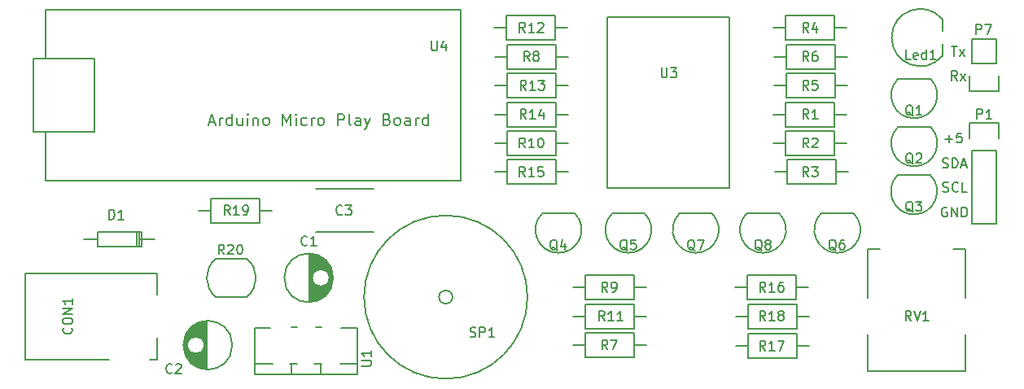
<source format=gto>
G04 #@! TF.FileFunction,Legend,Top*
%FSLAX46Y46*%
G04 Gerber Fmt 4.6, Leading zero omitted, Abs format (unit mm)*
G04 Created by KiCad (PCBNEW 4.0.2-4+6225~38~ubuntu14.04.1-stable) date sáb 12 mar 2016 23:05:15 CET*
%MOMM*%
G01*
G04 APERTURE LIST*
%ADD10C,0.100000*%
%ADD11C,0.200000*%
%ADD12C,0.150000*%
%ADD13C,0.152400*%
G04 APERTURE END LIST*
D10*
D11*
X126400001Y-52800000D02*
X126971430Y-52800000D01*
X126285716Y-53142857D02*
X126685716Y-51942857D01*
X127085716Y-53142857D01*
X127485715Y-53142857D02*
X127485715Y-52342857D01*
X127485715Y-52571429D02*
X127542858Y-52457143D01*
X127600001Y-52400000D01*
X127714287Y-52342857D01*
X127828572Y-52342857D01*
X128742858Y-53142857D02*
X128742858Y-51942857D01*
X128742858Y-53085714D02*
X128628572Y-53142857D01*
X128400001Y-53142857D01*
X128285715Y-53085714D01*
X128228572Y-53028571D01*
X128171429Y-52914286D01*
X128171429Y-52571429D01*
X128228572Y-52457143D01*
X128285715Y-52400000D01*
X128400001Y-52342857D01*
X128628572Y-52342857D01*
X128742858Y-52400000D01*
X129828572Y-52342857D02*
X129828572Y-53142857D01*
X129314286Y-52342857D02*
X129314286Y-52971429D01*
X129371429Y-53085714D01*
X129485715Y-53142857D01*
X129657143Y-53142857D01*
X129771429Y-53085714D01*
X129828572Y-53028571D01*
X130400000Y-53142857D02*
X130400000Y-52342857D01*
X130400000Y-51942857D02*
X130342857Y-52000000D01*
X130400000Y-52057143D01*
X130457143Y-52000000D01*
X130400000Y-51942857D01*
X130400000Y-52057143D01*
X130971429Y-52342857D02*
X130971429Y-53142857D01*
X130971429Y-52457143D02*
X131028572Y-52400000D01*
X131142858Y-52342857D01*
X131314286Y-52342857D01*
X131428572Y-52400000D01*
X131485715Y-52514286D01*
X131485715Y-53142857D01*
X132228572Y-53142857D02*
X132114286Y-53085714D01*
X132057143Y-53028571D01*
X132000000Y-52914286D01*
X132000000Y-52571429D01*
X132057143Y-52457143D01*
X132114286Y-52400000D01*
X132228572Y-52342857D01*
X132400000Y-52342857D01*
X132514286Y-52400000D01*
X132571429Y-52457143D01*
X132628572Y-52571429D01*
X132628572Y-52914286D01*
X132571429Y-53028571D01*
X132514286Y-53085714D01*
X132400000Y-53142857D01*
X132228572Y-53142857D01*
X134057143Y-53142857D02*
X134057143Y-51942857D01*
X134457143Y-52800000D01*
X134857143Y-51942857D01*
X134857143Y-53142857D01*
X135428572Y-53142857D02*
X135428572Y-52342857D01*
X135428572Y-51942857D02*
X135371429Y-52000000D01*
X135428572Y-52057143D01*
X135485715Y-52000000D01*
X135428572Y-51942857D01*
X135428572Y-52057143D01*
X136514287Y-53085714D02*
X136400001Y-53142857D01*
X136171430Y-53142857D01*
X136057144Y-53085714D01*
X136000001Y-53028571D01*
X135942858Y-52914286D01*
X135942858Y-52571429D01*
X136000001Y-52457143D01*
X136057144Y-52400000D01*
X136171430Y-52342857D01*
X136400001Y-52342857D01*
X136514287Y-52400000D01*
X137028572Y-53142857D02*
X137028572Y-52342857D01*
X137028572Y-52571429D02*
X137085715Y-52457143D01*
X137142858Y-52400000D01*
X137257144Y-52342857D01*
X137371429Y-52342857D01*
X137942858Y-53142857D02*
X137828572Y-53085714D01*
X137771429Y-53028571D01*
X137714286Y-52914286D01*
X137714286Y-52571429D01*
X137771429Y-52457143D01*
X137828572Y-52400000D01*
X137942858Y-52342857D01*
X138114286Y-52342857D01*
X138228572Y-52400000D01*
X138285715Y-52457143D01*
X138342858Y-52571429D01*
X138342858Y-52914286D01*
X138285715Y-53028571D01*
X138228572Y-53085714D01*
X138114286Y-53142857D01*
X137942858Y-53142857D01*
X139771429Y-53142857D02*
X139771429Y-51942857D01*
X140228572Y-51942857D01*
X140342858Y-52000000D01*
X140400001Y-52057143D01*
X140457144Y-52171429D01*
X140457144Y-52342857D01*
X140400001Y-52457143D01*
X140342858Y-52514286D01*
X140228572Y-52571429D01*
X139771429Y-52571429D01*
X141142858Y-53142857D02*
X141028572Y-53085714D01*
X140971429Y-52971429D01*
X140971429Y-51942857D01*
X142114286Y-53142857D02*
X142114286Y-52514286D01*
X142057143Y-52400000D01*
X141942857Y-52342857D01*
X141714286Y-52342857D01*
X141600000Y-52400000D01*
X142114286Y-53085714D02*
X142000000Y-53142857D01*
X141714286Y-53142857D01*
X141600000Y-53085714D01*
X141542857Y-52971429D01*
X141542857Y-52857143D01*
X141600000Y-52742857D01*
X141714286Y-52685714D01*
X142000000Y-52685714D01*
X142114286Y-52628571D01*
X142571429Y-52342857D02*
X142857143Y-53142857D01*
X143142857Y-52342857D02*
X142857143Y-53142857D01*
X142742857Y-53428571D01*
X142685714Y-53485714D01*
X142571429Y-53542857D01*
X144914286Y-52514286D02*
X145085715Y-52571429D01*
X145142858Y-52628571D01*
X145200001Y-52742857D01*
X145200001Y-52914286D01*
X145142858Y-53028571D01*
X145085715Y-53085714D01*
X144971429Y-53142857D01*
X144514286Y-53142857D01*
X144514286Y-51942857D01*
X144914286Y-51942857D01*
X145028572Y-52000000D01*
X145085715Y-52057143D01*
X145142858Y-52171429D01*
X145142858Y-52285714D01*
X145085715Y-52400000D01*
X145028572Y-52457143D01*
X144914286Y-52514286D01*
X144514286Y-52514286D01*
X145885715Y-53142857D02*
X145771429Y-53085714D01*
X145714286Y-53028571D01*
X145657143Y-52914286D01*
X145657143Y-52571429D01*
X145714286Y-52457143D01*
X145771429Y-52400000D01*
X145885715Y-52342857D01*
X146057143Y-52342857D01*
X146171429Y-52400000D01*
X146228572Y-52457143D01*
X146285715Y-52571429D01*
X146285715Y-52914286D01*
X146228572Y-53028571D01*
X146171429Y-53085714D01*
X146057143Y-53142857D01*
X145885715Y-53142857D01*
X147314286Y-53142857D02*
X147314286Y-52514286D01*
X147257143Y-52400000D01*
X147142857Y-52342857D01*
X146914286Y-52342857D01*
X146800000Y-52400000D01*
X147314286Y-53085714D02*
X147200000Y-53142857D01*
X146914286Y-53142857D01*
X146800000Y-53085714D01*
X146742857Y-52971429D01*
X146742857Y-52857143D01*
X146800000Y-52742857D01*
X146914286Y-52685714D01*
X147200000Y-52685714D01*
X147314286Y-52628571D01*
X147885714Y-53142857D02*
X147885714Y-52342857D01*
X147885714Y-52571429D02*
X147942857Y-52457143D01*
X148000000Y-52400000D01*
X148114286Y-52342857D01*
X148228571Y-52342857D01*
X149142857Y-53142857D02*
X149142857Y-51942857D01*
X149142857Y-53085714D02*
X149028571Y-53142857D01*
X148800000Y-53142857D01*
X148685714Y-53085714D01*
X148628571Y-53028571D01*
X148571428Y-52914286D01*
X148571428Y-52571429D01*
X148628571Y-52457143D01*
X148685714Y-52400000D01*
X148800000Y-52342857D01*
X149028571Y-52342857D01*
X149142857Y-52400000D01*
D12*
X204204762Y-48452381D02*
X203871428Y-47976190D01*
X203633333Y-48452381D02*
X203633333Y-47452381D01*
X204014286Y-47452381D01*
X204109524Y-47500000D01*
X204157143Y-47547619D01*
X204204762Y-47642857D01*
X204204762Y-47785714D01*
X204157143Y-47880952D01*
X204109524Y-47928571D01*
X204014286Y-47976190D01*
X203633333Y-47976190D01*
X204538095Y-48452381D02*
X205061905Y-47785714D01*
X204538095Y-47785714D02*
X205061905Y-48452381D01*
X203609524Y-44952381D02*
X204180953Y-44952381D01*
X203895238Y-45952381D02*
X203895238Y-44952381D01*
X204419048Y-45952381D02*
X204942858Y-45285714D01*
X204419048Y-45285714D02*
X204942858Y-45952381D01*
X202709524Y-60004762D02*
X202852381Y-60052381D01*
X203090477Y-60052381D01*
X203185715Y-60004762D01*
X203233334Y-59957143D01*
X203280953Y-59861905D01*
X203280953Y-59766667D01*
X203233334Y-59671429D01*
X203185715Y-59623810D01*
X203090477Y-59576190D01*
X202900000Y-59528571D01*
X202804762Y-59480952D01*
X202757143Y-59433333D01*
X202709524Y-59338095D01*
X202709524Y-59242857D01*
X202757143Y-59147619D01*
X202804762Y-59100000D01*
X202900000Y-59052381D01*
X203138096Y-59052381D01*
X203280953Y-59100000D01*
X204280953Y-59957143D02*
X204233334Y-60004762D01*
X204090477Y-60052381D01*
X203995239Y-60052381D01*
X203852381Y-60004762D01*
X203757143Y-59909524D01*
X203709524Y-59814286D01*
X203661905Y-59623810D01*
X203661905Y-59480952D01*
X203709524Y-59290476D01*
X203757143Y-59195238D01*
X203852381Y-59100000D01*
X203995239Y-59052381D01*
X204090477Y-59052381D01*
X204233334Y-59100000D01*
X204280953Y-59147619D01*
X205185715Y-60052381D02*
X204709524Y-60052381D01*
X204709524Y-59052381D01*
X202685714Y-57504762D02*
X202828571Y-57552381D01*
X203066667Y-57552381D01*
X203161905Y-57504762D01*
X203209524Y-57457143D01*
X203257143Y-57361905D01*
X203257143Y-57266667D01*
X203209524Y-57171429D01*
X203161905Y-57123810D01*
X203066667Y-57076190D01*
X202876190Y-57028571D01*
X202780952Y-56980952D01*
X202733333Y-56933333D01*
X202685714Y-56838095D01*
X202685714Y-56742857D01*
X202733333Y-56647619D01*
X202780952Y-56600000D01*
X202876190Y-56552381D01*
X203114286Y-56552381D01*
X203257143Y-56600000D01*
X203685714Y-57552381D02*
X203685714Y-56552381D01*
X203923809Y-56552381D01*
X204066667Y-56600000D01*
X204161905Y-56695238D01*
X204209524Y-56790476D01*
X204257143Y-56980952D01*
X204257143Y-57123810D01*
X204209524Y-57314286D01*
X204161905Y-57409524D01*
X204066667Y-57504762D01*
X203923809Y-57552381D01*
X203685714Y-57552381D01*
X204638095Y-57266667D02*
X205114286Y-57266667D01*
X204542857Y-57552381D02*
X204876190Y-56552381D01*
X205209524Y-57552381D01*
X203138096Y-61700000D02*
X203042858Y-61652381D01*
X202900001Y-61652381D01*
X202757143Y-61700000D01*
X202661905Y-61795238D01*
X202614286Y-61890476D01*
X202566667Y-62080952D01*
X202566667Y-62223810D01*
X202614286Y-62414286D01*
X202661905Y-62509524D01*
X202757143Y-62604762D01*
X202900001Y-62652381D01*
X202995239Y-62652381D01*
X203138096Y-62604762D01*
X203185715Y-62557143D01*
X203185715Y-62223810D01*
X202995239Y-62223810D01*
X203614286Y-62652381D02*
X203614286Y-61652381D01*
X204185715Y-62652381D01*
X204185715Y-61652381D01*
X204661905Y-62652381D02*
X204661905Y-61652381D01*
X204900000Y-61652381D01*
X205042858Y-61700000D01*
X205138096Y-61795238D01*
X205185715Y-61890476D01*
X205233334Y-62080952D01*
X205233334Y-62223810D01*
X205185715Y-62414286D01*
X205138096Y-62509524D01*
X205042858Y-62604762D01*
X204900000Y-62652381D01*
X204661905Y-62652381D01*
X202942857Y-54571429D02*
X203704762Y-54571429D01*
X203323810Y-54952381D02*
X203323810Y-54190476D01*
X204657143Y-53952381D02*
X204180952Y-53952381D01*
X204133333Y-54428571D01*
X204180952Y-54380952D01*
X204276190Y-54333333D01*
X204514286Y-54333333D01*
X204609524Y-54380952D01*
X204657143Y-54428571D01*
X204704762Y-54523810D01*
X204704762Y-54761905D01*
X204657143Y-54857143D01*
X204609524Y-54904762D01*
X204514286Y-54952381D01*
X204276190Y-54952381D01*
X204180952Y-54904762D01*
X204133333Y-54857143D01*
D13*
X109410000Y-58890000D02*
X109410000Y-53810000D01*
X109410000Y-46190000D02*
X109410000Y-41110000D01*
X114490000Y-46190000D02*
X114490000Y-53810000D01*
X108140000Y-46190000D02*
X114490000Y-46190000D01*
X108140000Y-47460000D02*
X108140000Y-46190000D01*
X108140000Y-53810000D02*
X108140000Y-47460000D01*
X114490000Y-53810000D02*
X108140000Y-53810000D01*
X152590000Y-58890000D02*
X152590000Y-41110000D01*
X109410000Y-58890000D02*
X152590000Y-58890000D01*
X152590000Y-41110000D02*
X109410000Y-41110000D01*
X180540000Y-41840000D02*
X167840000Y-41840000D01*
X180540000Y-59620000D02*
X180540000Y-41840000D01*
X167840000Y-59620000D02*
X180540000Y-59620000D01*
X167840000Y-41840000D02*
X167840000Y-59620000D01*
D12*
X136825000Y-66501000D02*
X136825000Y-71499000D01*
X136965000Y-66509000D02*
X136965000Y-71491000D01*
X137105000Y-66525000D02*
X137105000Y-68905000D01*
X137105000Y-69095000D02*
X137105000Y-71475000D01*
X137245000Y-66549000D02*
X137245000Y-68510000D01*
X137245000Y-69490000D02*
X137245000Y-71451000D01*
X137385000Y-66582000D02*
X137385000Y-68343000D01*
X137385000Y-69657000D02*
X137385000Y-71418000D01*
X137525000Y-66623000D02*
X137525000Y-68236000D01*
X137525000Y-69764000D02*
X137525000Y-71377000D01*
X137665000Y-66673000D02*
X137665000Y-68165000D01*
X137665000Y-69835000D02*
X137665000Y-71327000D01*
X137805000Y-66734000D02*
X137805000Y-68121000D01*
X137805000Y-69879000D02*
X137805000Y-71266000D01*
X137945000Y-66804000D02*
X137945000Y-68102000D01*
X137945000Y-69898000D02*
X137945000Y-71196000D01*
X138085000Y-66886000D02*
X138085000Y-68104000D01*
X138085000Y-69896000D02*
X138085000Y-71114000D01*
X138225000Y-66981000D02*
X138225000Y-68129000D01*
X138225000Y-69871000D02*
X138225000Y-71019000D01*
X138365000Y-67092000D02*
X138365000Y-68177000D01*
X138365000Y-69823000D02*
X138365000Y-70908000D01*
X138505000Y-67220000D02*
X138505000Y-68255000D01*
X138505000Y-69745000D02*
X138505000Y-70780000D01*
X138645000Y-67369000D02*
X138645000Y-68372000D01*
X138645000Y-69628000D02*
X138645000Y-70631000D01*
X138785000Y-67548000D02*
X138785000Y-68560000D01*
X138785000Y-69440000D02*
X138785000Y-70452000D01*
X138925000Y-67767000D02*
X138925000Y-70233000D01*
X139065000Y-68056000D02*
X139065000Y-69944000D01*
X139205000Y-68528000D02*
X139205000Y-69472000D01*
X138900000Y-69000000D02*
G75*
G03X138900000Y-69000000I-900000J0D01*
G01*
X139287500Y-69000000D02*
G75*
G03X139287500Y-69000000I-2537500J0D01*
G01*
X143500000Y-64250000D02*
X137500000Y-64250000D01*
X137500000Y-59750000D02*
X143500000Y-59750000D01*
X114794000Y-65000000D02*
X113397000Y-65000000D01*
X119239000Y-65000000D02*
X120763000Y-65000000D01*
X118858000Y-65762000D02*
X118858000Y-64238000D01*
X119112000Y-65762000D02*
X119112000Y-64238000D01*
X119366000Y-65000000D02*
X119366000Y-64238000D01*
X119366000Y-64238000D02*
X114794000Y-64238000D01*
X114794000Y-64238000D02*
X114794000Y-65762000D01*
X114794000Y-65762000D02*
X119366000Y-65762000D01*
X119366000Y-65762000D02*
X119366000Y-65000000D01*
X205730000Y-55730000D02*
X205730000Y-63350000D01*
X208270000Y-55730000D02*
X208270000Y-63350000D01*
X208550000Y-52910000D02*
X208550000Y-54460000D01*
X205730000Y-63350000D02*
X208270000Y-63350000D01*
X208270000Y-55730000D02*
X205730000Y-55730000D01*
X205450000Y-54460000D02*
X205450000Y-52910000D01*
X205450000Y-52910000D02*
X208550000Y-52910000D01*
X201430000Y-48300000D02*
X198030000Y-48300000D01*
X201427056Y-48302944D02*
G75*
G02X199730000Y-52400000I-1697056J-1697056D01*
G01*
X198032944Y-48302944D02*
G75*
G03X199730000Y-52400000I1697056J-1697056D01*
G01*
X201430000Y-53300000D02*
X198030000Y-53300000D01*
X201427056Y-53302944D02*
G75*
G02X199730000Y-57400000I-1697056J-1697056D01*
G01*
X198032944Y-53302944D02*
G75*
G03X199730000Y-57400000I1697056J-1697056D01*
G01*
X201400000Y-58300000D02*
X198000000Y-58300000D01*
X201397056Y-58302944D02*
G75*
G02X199700000Y-62400000I-1697056J-1697056D01*
G01*
X198002944Y-58302944D02*
G75*
G03X199700000Y-62400000I1697056J-1697056D01*
G01*
X164430000Y-62300000D02*
X161030000Y-62300000D01*
X164427056Y-62302944D02*
G75*
G02X162730000Y-66400000I-1697056J-1697056D01*
G01*
X161032944Y-62302944D02*
G75*
G03X162730000Y-66400000I1697056J-1697056D01*
G01*
X171700000Y-62300000D02*
X168300000Y-62300000D01*
X171697056Y-62302944D02*
G75*
G02X170000000Y-66400000I-1697056J-1697056D01*
G01*
X168302944Y-62302944D02*
G75*
G03X170000000Y-66400000I1697056J-1697056D01*
G01*
X193430000Y-62300000D02*
X190030000Y-62300000D01*
X193427056Y-62302944D02*
G75*
G02X191730000Y-66400000I-1697056J-1697056D01*
G01*
X190032944Y-62302944D02*
G75*
G03X191730000Y-66400000I1697056J-1697056D01*
G01*
X178700000Y-62300000D02*
X175300000Y-62300000D01*
X178697056Y-62302944D02*
G75*
G02X177000000Y-66400000I-1697056J-1697056D01*
G01*
X175302944Y-62302944D02*
G75*
G03X177000000Y-66400000I1697056J-1697056D01*
G01*
X185700000Y-62300000D02*
X182300000Y-62300000D01*
X185697056Y-62302944D02*
G75*
G02X184000000Y-66400000I-1697056J-1697056D01*
G01*
X182302944Y-62302944D02*
G75*
G03X184000000Y-66400000I1697056J-1697056D01*
G01*
X191460000Y-53270000D02*
X186380000Y-53270000D01*
X186380000Y-53270000D02*
X186380000Y-50730000D01*
X186380000Y-50730000D02*
X191460000Y-50730000D01*
X191460000Y-50730000D02*
X191460000Y-53270000D01*
X191460000Y-52000000D02*
X192730000Y-52000000D01*
X186380000Y-52000000D02*
X185110000Y-52000000D01*
X191460000Y-56270000D02*
X186380000Y-56270000D01*
X186380000Y-56270000D02*
X186380000Y-53730000D01*
X186380000Y-53730000D02*
X191460000Y-53730000D01*
X191460000Y-53730000D02*
X191460000Y-56270000D01*
X191460000Y-55000000D02*
X192730000Y-55000000D01*
X186380000Y-55000000D02*
X185110000Y-55000000D01*
X191620000Y-59270000D02*
X186540000Y-59270000D01*
X186540000Y-59270000D02*
X186540000Y-56730000D01*
X186540000Y-56730000D02*
X191620000Y-56730000D01*
X191620000Y-56730000D02*
X191620000Y-59270000D01*
X191620000Y-58000000D02*
X192890000Y-58000000D01*
X186540000Y-58000000D02*
X185270000Y-58000000D01*
X186380000Y-41730000D02*
X191460000Y-41730000D01*
X191460000Y-41730000D02*
X191460000Y-44270000D01*
X191460000Y-44270000D02*
X186380000Y-44270000D01*
X186380000Y-44270000D02*
X186380000Y-41730000D01*
X186380000Y-43000000D02*
X185110000Y-43000000D01*
X191460000Y-43000000D02*
X192730000Y-43000000D01*
X186390000Y-47730000D02*
X191470000Y-47730000D01*
X191470000Y-47730000D02*
X191470000Y-50270000D01*
X191470000Y-50270000D02*
X186390000Y-50270000D01*
X186390000Y-50270000D02*
X186390000Y-47730000D01*
X186390000Y-49000000D02*
X185120000Y-49000000D01*
X191470000Y-49000000D02*
X192740000Y-49000000D01*
X186390000Y-44730000D02*
X191470000Y-44730000D01*
X191470000Y-44730000D02*
X191470000Y-47270000D01*
X191470000Y-47270000D02*
X186390000Y-47270000D01*
X186390000Y-47270000D02*
X186390000Y-44730000D01*
X186390000Y-46000000D02*
X185120000Y-46000000D01*
X191470000Y-46000000D02*
X192740000Y-46000000D01*
X170620000Y-77270000D02*
X165540000Y-77270000D01*
X165540000Y-77270000D02*
X165540000Y-74730000D01*
X165540000Y-74730000D02*
X170620000Y-74730000D01*
X170620000Y-74730000D02*
X170620000Y-77270000D01*
X170620000Y-76000000D02*
X171890000Y-76000000D01*
X165540000Y-76000000D02*
X164270000Y-76000000D01*
X162460000Y-47270000D02*
X157380000Y-47270000D01*
X157380000Y-47270000D02*
X157380000Y-44730000D01*
X157380000Y-44730000D02*
X162460000Y-44730000D01*
X162460000Y-44730000D02*
X162460000Y-47270000D01*
X162460000Y-46000000D02*
X163730000Y-46000000D01*
X157380000Y-46000000D02*
X156110000Y-46000000D01*
X170620000Y-71270000D02*
X165540000Y-71270000D01*
X165540000Y-71270000D02*
X165540000Y-68730000D01*
X165540000Y-68730000D02*
X170620000Y-68730000D01*
X170620000Y-68730000D02*
X170620000Y-71270000D01*
X170620000Y-70000000D02*
X171890000Y-70000000D01*
X165540000Y-70000000D02*
X164270000Y-70000000D01*
X162460000Y-56270000D02*
X157380000Y-56270000D01*
X157380000Y-56270000D02*
X157380000Y-53730000D01*
X157380000Y-53730000D02*
X162460000Y-53730000D01*
X162460000Y-53730000D02*
X162460000Y-56270000D01*
X162460000Y-55000000D02*
X163730000Y-55000000D01*
X157380000Y-55000000D02*
X156110000Y-55000000D01*
X170620000Y-74270000D02*
X165540000Y-74270000D01*
X165540000Y-74270000D02*
X165540000Y-71730000D01*
X165540000Y-71730000D02*
X170620000Y-71730000D01*
X170620000Y-71730000D02*
X170620000Y-74270000D01*
X170620000Y-73000000D02*
X171890000Y-73000000D01*
X165540000Y-73000000D02*
X164270000Y-73000000D01*
X162370000Y-44270000D02*
X157290000Y-44270000D01*
X157290000Y-44270000D02*
X157290000Y-41730000D01*
X157290000Y-41730000D02*
X162370000Y-41730000D01*
X162370000Y-41730000D02*
X162370000Y-44270000D01*
X162370000Y-43000000D02*
X163640000Y-43000000D01*
X157290000Y-43000000D02*
X156020000Y-43000000D01*
X162460000Y-50270000D02*
X157380000Y-50270000D01*
X157380000Y-50270000D02*
X157380000Y-47730000D01*
X157380000Y-47730000D02*
X162460000Y-47730000D01*
X162460000Y-47730000D02*
X162460000Y-50270000D01*
X162460000Y-49000000D02*
X163730000Y-49000000D01*
X157380000Y-49000000D02*
X156110000Y-49000000D01*
X162460000Y-53270000D02*
X157380000Y-53270000D01*
X157380000Y-53270000D02*
X157380000Y-50730000D01*
X157380000Y-50730000D02*
X162460000Y-50730000D01*
X162460000Y-50730000D02*
X162460000Y-53270000D01*
X162460000Y-52000000D02*
X163730000Y-52000000D01*
X157380000Y-52000000D02*
X156110000Y-52000000D01*
X162460000Y-59270000D02*
X157380000Y-59270000D01*
X157380000Y-59270000D02*
X157380000Y-56730000D01*
X157380000Y-56730000D02*
X162460000Y-56730000D01*
X162460000Y-56730000D02*
X162460000Y-59270000D01*
X162460000Y-58000000D02*
X163730000Y-58000000D01*
X157380000Y-58000000D02*
X156110000Y-58000000D01*
X187460000Y-71270000D02*
X182380000Y-71270000D01*
X182380000Y-71270000D02*
X182380000Y-68730000D01*
X182380000Y-68730000D02*
X187460000Y-68730000D01*
X187460000Y-68730000D02*
X187460000Y-71270000D01*
X187460000Y-70000000D02*
X188730000Y-70000000D01*
X182380000Y-70000000D02*
X181110000Y-70000000D01*
X187520000Y-77370000D02*
X182440000Y-77370000D01*
X182440000Y-77370000D02*
X182440000Y-74830000D01*
X182440000Y-74830000D02*
X187520000Y-74830000D01*
X187520000Y-74830000D02*
X187520000Y-77370000D01*
X187520000Y-76100000D02*
X188790000Y-76100000D01*
X182440000Y-76100000D02*
X181170000Y-76100000D01*
X187520000Y-74270000D02*
X182440000Y-74270000D01*
X182440000Y-74270000D02*
X182440000Y-71730000D01*
X182440000Y-71730000D02*
X187520000Y-71730000D01*
X187520000Y-71730000D02*
X187520000Y-74270000D01*
X187520000Y-73000000D02*
X188790000Y-73000000D01*
X182440000Y-73000000D02*
X181170000Y-73000000D01*
X126540000Y-60730000D02*
X131620000Y-60730000D01*
X131620000Y-60730000D02*
X131620000Y-63270000D01*
X131620000Y-63270000D02*
X126540000Y-63270000D01*
X126540000Y-63270000D02*
X126540000Y-60730000D01*
X126540000Y-62000000D02*
X125270000Y-62000000D01*
X131620000Y-62000000D02*
X132890000Y-62000000D01*
D13*
X202665000Y-42100000D02*
G75*
G03X202665000Y-45900000I-2300000J-1900000D01*
G01*
X202665000Y-44700000D02*
X202665000Y-45900000D01*
X202665000Y-42100000D02*
X202665000Y-43300000D01*
X194920000Y-78700000D02*
X194920000Y-74890000D01*
X205080000Y-78700000D02*
X194920000Y-78700000D01*
X205080000Y-74890000D02*
X205080000Y-78700000D01*
X205080000Y-66000000D02*
X205080000Y-71080000D01*
X203810000Y-66000000D02*
X205080000Y-66000000D01*
X194920000Y-66000000D02*
X194920000Y-71080000D01*
X196190000Y-66000000D02*
X194920000Y-66000000D01*
D12*
X126175000Y-78499000D02*
X126175000Y-73501000D01*
X126035000Y-78491000D02*
X126035000Y-73509000D01*
X125895000Y-78475000D02*
X125895000Y-76095000D01*
X125895000Y-75905000D02*
X125895000Y-73525000D01*
X125755000Y-78451000D02*
X125755000Y-76490000D01*
X125755000Y-75510000D02*
X125755000Y-73549000D01*
X125615000Y-78418000D02*
X125615000Y-76657000D01*
X125615000Y-75343000D02*
X125615000Y-73582000D01*
X125475000Y-78377000D02*
X125475000Y-76764000D01*
X125475000Y-75236000D02*
X125475000Y-73623000D01*
X125335000Y-78327000D02*
X125335000Y-76835000D01*
X125335000Y-75165000D02*
X125335000Y-73673000D01*
X125195000Y-78266000D02*
X125195000Y-76879000D01*
X125195000Y-75121000D02*
X125195000Y-73734000D01*
X125055000Y-78196000D02*
X125055000Y-76898000D01*
X125055000Y-75102000D02*
X125055000Y-73804000D01*
X124915000Y-78114000D02*
X124915000Y-76896000D01*
X124915000Y-75104000D02*
X124915000Y-73886000D01*
X124775000Y-78019000D02*
X124775000Y-76871000D01*
X124775000Y-75129000D02*
X124775000Y-73981000D01*
X124635000Y-77908000D02*
X124635000Y-76823000D01*
X124635000Y-75177000D02*
X124635000Y-74092000D01*
X124495000Y-77780000D02*
X124495000Y-76745000D01*
X124495000Y-75255000D02*
X124495000Y-74220000D01*
X124355000Y-77631000D02*
X124355000Y-76628000D01*
X124355000Y-75372000D02*
X124355000Y-74369000D01*
X124215000Y-77452000D02*
X124215000Y-76440000D01*
X124215000Y-75560000D02*
X124215000Y-74548000D01*
X124075000Y-77233000D02*
X124075000Y-74767000D01*
X123935000Y-76944000D02*
X123935000Y-75056000D01*
X123795000Y-76472000D02*
X123795000Y-75528000D01*
X125900000Y-76000000D02*
G75*
G03X125900000Y-76000000I-900000J0D01*
G01*
X128787500Y-76000000D02*
G75*
G03X128787500Y-76000000I-2537500J0D01*
G01*
D11*
X127200000Y-71000000D02*
X130300000Y-71000000D01*
X127100000Y-71000000D02*
X127200000Y-71000000D01*
X127100000Y-67000000D02*
G75*
G03X127100000Y-71000000I1600000J-2000000D01*
G01*
X130287064Y-71010281D02*
G75*
G03X130300000Y-67000000I-1587064J2010281D01*
G01*
X127200000Y-71000000D02*
X130200000Y-71000000D01*
X127100000Y-67000000D02*
X130200000Y-67000000D01*
X151707107Y-71000000D02*
G75*
G03X151707107Y-71000000I-707107J0D01*
G01*
X159500000Y-71000000D02*
G75*
G03X159500000Y-71000000I-8500000J0D01*
G01*
D12*
X205730000Y-46730000D02*
X205730000Y-44190000D01*
X205450000Y-49550000D02*
X205450000Y-48000000D01*
X205730000Y-46730000D02*
X208270000Y-46730000D01*
X208550000Y-48000000D02*
X208550000Y-49550000D01*
X208550000Y-49550000D02*
X205450000Y-49550000D01*
X208270000Y-46730000D02*
X208270000Y-44190000D01*
X208270000Y-44190000D02*
X205730000Y-44190000D01*
X131126000Y-77905000D02*
X133031000Y-77905000D01*
X135571000Y-77905000D02*
X134809000Y-77905000D01*
X137984000Y-77905000D02*
X138111000Y-77905000D01*
X137984000Y-77905000D02*
X137349000Y-77905000D01*
X141794000Y-77905000D02*
X140016000Y-77905000D01*
X141794000Y-74222000D02*
X140143000Y-74222000D01*
X137476000Y-74095000D02*
X138111000Y-74095000D01*
X134936000Y-74095000D02*
X135571000Y-74095000D01*
X131126000Y-74222000D02*
X132777000Y-74222000D01*
X137984000Y-79048000D02*
X137984000Y-77905000D01*
X134936000Y-79048000D02*
X134936000Y-77905000D01*
X131126000Y-77905000D02*
X131126000Y-74222000D01*
X141794000Y-74222000D02*
X141794000Y-77905000D01*
X131126000Y-79048000D02*
X131126000Y-77905000D01*
X141794000Y-77905000D02*
X141794000Y-79048000D01*
X136460000Y-79048000D02*
X141794000Y-79048000D01*
X136460000Y-79048000D02*
X131126000Y-79048000D01*
D13*
X120250000Y-77500000D02*
X121000000Y-77500000D01*
X107250000Y-77500000D02*
X116000000Y-77500000D01*
X107250000Y-68500000D02*
X107250000Y-77500000D01*
X121000000Y-68500000D02*
X107250000Y-68500000D01*
X121000000Y-70750000D02*
X121000000Y-68500000D01*
X121000000Y-77500000D02*
X121000000Y-75250000D01*
D12*
X149538095Y-44352381D02*
X149538095Y-45161905D01*
X149585714Y-45257143D01*
X149633333Y-45304762D01*
X149728571Y-45352381D01*
X149919048Y-45352381D01*
X150014286Y-45304762D01*
X150061905Y-45257143D01*
X150109524Y-45161905D01*
X150109524Y-44352381D01*
X151014286Y-44685714D02*
X151014286Y-45352381D01*
X150776190Y-44304762D02*
X150538095Y-45019048D01*
X151157143Y-45019048D01*
X173438095Y-47152381D02*
X173438095Y-47961905D01*
X173485714Y-48057143D01*
X173533333Y-48104762D01*
X173628571Y-48152381D01*
X173819048Y-48152381D01*
X173914286Y-48104762D01*
X173961905Y-48057143D01*
X174009524Y-47961905D01*
X174009524Y-47152381D01*
X174390476Y-47152381D02*
X175009524Y-47152381D01*
X174676190Y-47533333D01*
X174819048Y-47533333D01*
X174914286Y-47580952D01*
X174961905Y-47628571D01*
X175009524Y-47723810D01*
X175009524Y-47961905D01*
X174961905Y-48057143D01*
X174914286Y-48104762D01*
X174819048Y-48152381D01*
X174533333Y-48152381D01*
X174438095Y-48104762D01*
X174390476Y-48057143D01*
X136583334Y-65557143D02*
X136535715Y-65604762D01*
X136392858Y-65652381D01*
X136297620Y-65652381D01*
X136154762Y-65604762D01*
X136059524Y-65509524D01*
X136011905Y-65414286D01*
X135964286Y-65223810D01*
X135964286Y-65080952D01*
X136011905Y-64890476D01*
X136059524Y-64795238D01*
X136154762Y-64700000D01*
X136297620Y-64652381D01*
X136392858Y-64652381D01*
X136535715Y-64700000D01*
X136583334Y-64747619D01*
X137535715Y-65652381D02*
X136964286Y-65652381D01*
X137250000Y-65652381D02*
X137250000Y-64652381D01*
X137154762Y-64795238D01*
X137059524Y-64890476D01*
X136964286Y-64938095D01*
X140233334Y-62357143D02*
X140185715Y-62404762D01*
X140042858Y-62452381D01*
X139947620Y-62452381D01*
X139804762Y-62404762D01*
X139709524Y-62309524D01*
X139661905Y-62214286D01*
X139614286Y-62023810D01*
X139614286Y-61880952D01*
X139661905Y-61690476D01*
X139709524Y-61595238D01*
X139804762Y-61500000D01*
X139947620Y-61452381D01*
X140042858Y-61452381D01*
X140185715Y-61500000D01*
X140233334Y-61547619D01*
X140566667Y-61452381D02*
X141185715Y-61452381D01*
X140852381Y-61833333D01*
X140995239Y-61833333D01*
X141090477Y-61880952D01*
X141138096Y-61928571D01*
X141185715Y-62023810D01*
X141185715Y-62261905D01*
X141138096Y-62357143D01*
X141090477Y-62404762D01*
X140995239Y-62452381D01*
X140709524Y-62452381D01*
X140614286Y-62404762D01*
X140566667Y-62357143D01*
X115991905Y-62912381D02*
X115991905Y-61912381D01*
X116230000Y-61912381D01*
X116372858Y-61960000D01*
X116468096Y-62055238D01*
X116515715Y-62150476D01*
X116563334Y-62340952D01*
X116563334Y-62483810D01*
X116515715Y-62674286D01*
X116468096Y-62769524D01*
X116372858Y-62864762D01*
X116230000Y-62912381D01*
X115991905Y-62912381D01*
X117515715Y-62912381D02*
X116944286Y-62912381D01*
X117230000Y-62912381D02*
X117230000Y-61912381D01*
X117134762Y-62055238D01*
X117039524Y-62150476D01*
X116944286Y-62198095D01*
X206161905Y-43652381D02*
X206161905Y-42652381D01*
X206542858Y-42652381D01*
X206638096Y-42700000D01*
X206685715Y-42747619D01*
X206733334Y-42842857D01*
X206733334Y-42985714D01*
X206685715Y-43080952D01*
X206638096Y-43128571D01*
X206542858Y-43176190D01*
X206161905Y-43176190D01*
X207066667Y-42652381D02*
X207733334Y-42652381D01*
X207304762Y-43652381D01*
X199604762Y-52147619D02*
X199509524Y-52100000D01*
X199414286Y-52004762D01*
X199271429Y-51861905D01*
X199176190Y-51814286D01*
X199080952Y-51814286D01*
X199128571Y-52052381D02*
X199033333Y-52004762D01*
X198938095Y-51909524D01*
X198890476Y-51719048D01*
X198890476Y-51385714D01*
X198938095Y-51195238D01*
X199033333Y-51100000D01*
X199128571Y-51052381D01*
X199319048Y-51052381D01*
X199414286Y-51100000D01*
X199509524Y-51195238D01*
X199557143Y-51385714D01*
X199557143Y-51719048D01*
X199509524Y-51909524D01*
X199414286Y-52004762D01*
X199319048Y-52052381D01*
X199128571Y-52052381D01*
X200509524Y-52052381D02*
X199938095Y-52052381D01*
X200223809Y-52052381D02*
X200223809Y-51052381D01*
X200128571Y-51195238D01*
X200033333Y-51290476D01*
X199938095Y-51338095D01*
X199604762Y-57147619D02*
X199509524Y-57100000D01*
X199414286Y-57004762D01*
X199271429Y-56861905D01*
X199176190Y-56814286D01*
X199080952Y-56814286D01*
X199128571Y-57052381D02*
X199033333Y-57004762D01*
X198938095Y-56909524D01*
X198890476Y-56719048D01*
X198890476Y-56385714D01*
X198938095Y-56195238D01*
X199033333Y-56100000D01*
X199128571Y-56052381D01*
X199319048Y-56052381D01*
X199414286Y-56100000D01*
X199509524Y-56195238D01*
X199557143Y-56385714D01*
X199557143Y-56719048D01*
X199509524Y-56909524D01*
X199414286Y-57004762D01*
X199319048Y-57052381D01*
X199128571Y-57052381D01*
X199938095Y-56147619D02*
X199985714Y-56100000D01*
X200080952Y-56052381D01*
X200319048Y-56052381D01*
X200414286Y-56100000D01*
X200461905Y-56147619D01*
X200509524Y-56242857D01*
X200509524Y-56338095D01*
X200461905Y-56480952D01*
X199890476Y-57052381D01*
X200509524Y-57052381D01*
X199604762Y-62147619D02*
X199509524Y-62100000D01*
X199414286Y-62004762D01*
X199271429Y-61861905D01*
X199176190Y-61814286D01*
X199080952Y-61814286D01*
X199128571Y-62052381D02*
X199033333Y-62004762D01*
X198938095Y-61909524D01*
X198890476Y-61719048D01*
X198890476Y-61385714D01*
X198938095Y-61195238D01*
X199033333Y-61100000D01*
X199128571Y-61052381D01*
X199319048Y-61052381D01*
X199414286Y-61100000D01*
X199509524Y-61195238D01*
X199557143Y-61385714D01*
X199557143Y-61719048D01*
X199509524Y-61909524D01*
X199414286Y-62004762D01*
X199319048Y-62052381D01*
X199128571Y-62052381D01*
X199890476Y-61052381D02*
X200509524Y-61052381D01*
X200176190Y-61433333D01*
X200319048Y-61433333D01*
X200414286Y-61480952D01*
X200461905Y-61528571D01*
X200509524Y-61623810D01*
X200509524Y-61861905D01*
X200461905Y-61957143D01*
X200414286Y-62004762D01*
X200319048Y-62052381D01*
X200033333Y-62052381D01*
X199938095Y-62004762D01*
X199890476Y-61957143D01*
X162604762Y-66147619D02*
X162509524Y-66100000D01*
X162414286Y-66004762D01*
X162271429Y-65861905D01*
X162176190Y-65814286D01*
X162080952Y-65814286D01*
X162128571Y-66052381D02*
X162033333Y-66004762D01*
X161938095Y-65909524D01*
X161890476Y-65719048D01*
X161890476Y-65385714D01*
X161938095Y-65195238D01*
X162033333Y-65100000D01*
X162128571Y-65052381D01*
X162319048Y-65052381D01*
X162414286Y-65100000D01*
X162509524Y-65195238D01*
X162557143Y-65385714D01*
X162557143Y-65719048D01*
X162509524Y-65909524D01*
X162414286Y-66004762D01*
X162319048Y-66052381D01*
X162128571Y-66052381D01*
X163414286Y-65385714D02*
X163414286Y-66052381D01*
X163176190Y-65004762D02*
X162938095Y-65719048D01*
X163557143Y-65719048D01*
X169904762Y-66147619D02*
X169809524Y-66100000D01*
X169714286Y-66004762D01*
X169571429Y-65861905D01*
X169476190Y-65814286D01*
X169380952Y-65814286D01*
X169428571Y-66052381D02*
X169333333Y-66004762D01*
X169238095Y-65909524D01*
X169190476Y-65719048D01*
X169190476Y-65385714D01*
X169238095Y-65195238D01*
X169333333Y-65100000D01*
X169428571Y-65052381D01*
X169619048Y-65052381D01*
X169714286Y-65100000D01*
X169809524Y-65195238D01*
X169857143Y-65385714D01*
X169857143Y-65719048D01*
X169809524Y-65909524D01*
X169714286Y-66004762D01*
X169619048Y-66052381D01*
X169428571Y-66052381D01*
X170761905Y-65052381D02*
X170285714Y-65052381D01*
X170238095Y-65528571D01*
X170285714Y-65480952D01*
X170380952Y-65433333D01*
X170619048Y-65433333D01*
X170714286Y-65480952D01*
X170761905Y-65528571D01*
X170809524Y-65623810D01*
X170809524Y-65861905D01*
X170761905Y-65957143D01*
X170714286Y-66004762D01*
X170619048Y-66052381D01*
X170380952Y-66052381D01*
X170285714Y-66004762D01*
X170238095Y-65957143D01*
X191604762Y-66147619D02*
X191509524Y-66100000D01*
X191414286Y-66004762D01*
X191271429Y-65861905D01*
X191176190Y-65814286D01*
X191080952Y-65814286D01*
X191128571Y-66052381D02*
X191033333Y-66004762D01*
X190938095Y-65909524D01*
X190890476Y-65719048D01*
X190890476Y-65385714D01*
X190938095Y-65195238D01*
X191033333Y-65100000D01*
X191128571Y-65052381D01*
X191319048Y-65052381D01*
X191414286Y-65100000D01*
X191509524Y-65195238D01*
X191557143Y-65385714D01*
X191557143Y-65719048D01*
X191509524Y-65909524D01*
X191414286Y-66004762D01*
X191319048Y-66052381D01*
X191128571Y-66052381D01*
X192414286Y-65052381D02*
X192223809Y-65052381D01*
X192128571Y-65100000D01*
X192080952Y-65147619D01*
X191985714Y-65290476D01*
X191938095Y-65480952D01*
X191938095Y-65861905D01*
X191985714Y-65957143D01*
X192033333Y-66004762D01*
X192128571Y-66052381D01*
X192319048Y-66052381D01*
X192414286Y-66004762D01*
X192461905Y-65957143D01*
X192509524Y-65861905D01*
X192509524Y-65623810D01*
X192461905Y-65528571D01*
X192414286Y-65480952D01*
X192319048Y-65433333D01*
X192128571Y-65433333D01*
X192033333Y-65480952D01*
X191985714Y-65528571D01*
X191938095Y-65623810D01*
X176904762Y-66147619D02*
X176809524Y-66100000D01*
X176714286Y-66004762D01*
X176571429Y-65861905D01*
X176476190Y-65814286D01*
X176380952Y-65814286D01*
X176428571Y-66052381D02*
X176333333Y-66004762D01*
X176238095Y-65909524D01*
X176190476Y-65719048D01*
X176190476Y-65385714D01*
X176238095Y-65195238D01*
X176333333Y-65100000D01*
X176428571Y-65052381D01*
X176619048Y-65052381D01*
X176714286Y-65100000D01*
X176809524Y-65195238D01*
X176857143Y-65385714D01*
X176857143Y-65719048D01*
X176809524Y-65909524D01*
X176714286Y-66004762D01*
X176619048Y-66052381D01*
X176428571Y-66052381D01*
X177190476Y-65052381D02*
X177857143Y-65052381D01*
X177428571Y-66052381D01*
X183904762Y-66147619D02*
X183809524Y-66100000D01*
X183714286Y-66004762D01*
X183571429Y-65861905D01*
X183476190Y-65814286D01*
X183380952Y-65814286D01*
X183428571Y-66052381D02*
X183333333Y-66004762D01*
X183238095Y-65909524D01*
X183190476Y-65719048D01*
X183190476Y-65385714D01*
X183238095Y-65195238D01*
X183333333Y-65100000D01*
X183428571Y-65052381D01*
X183619048Y-65052381D01*
X183714286Y-65100000D01*
X183809524Y-65195238D01*
X183857143Y-65385714D01*
X183857143Y-65719048D01*
X183809524Y-65909524D01*
X183714286Y-66004762D01*
X183619048Y-66052381D01*
X183428571Y-66052381D01*
X184428571Y-65480952D02*
X184333333Y-65433333D01*
X184285714Y-65385714D01*
X184238095Y-65290476D01*
X184238095Y-65242857D01*
X184285714Y-65147619D01*
X184333333Y-65100000D01*
X184428571Y-65052381D01*
X184619048Y-65052381D01*
X184714286Y-65100000D01*
X184761905Y-65147619D01*
X184809524Y-65242857D01*
X184809524Y-65290476D01*
X184761905Y-65385714D01*
X184714286Y-65433333D01*
X184619048Y-65480952D01*
X184428571Y-65480952D01*
X184333333Y-65528571D01*
X184285714Y-65576190D01*
X184238095Y-65671429D01*
X184238095Y-65861905D01*
X184285714Y-65957143D01*
X184333333Y-66004762D01*
X184428571Y-66052381D01*
X184619048Y-66052381D01*
X184714286Y-66004762D01*
X184761905Y-65957143D01*
X184809524Y-65861905D01*
X184809524Y-65671429D01*
X184761905Y-65576190D01*
X184714286Y-65528571D01*
X184619048Y-65480952D01*
X188733334Y-52452381D02*
X188400000Y-51976190D01*
X188161905Y-52452381D02*
X188161905Y-51452381D01*
X188542858Y-51452381D01*
X188638096Y-51500000D01*
X188685715Y-51547619D01*
X188733334Y-51642857D01*
X188733334Y-51785714D01*
X188685715Y-51880952D01*
X188638096Y-51928571D01*
X188542858Y-51976190D01*
X188161905Y-51976190D01*
X189685715Y-52452381D02*
X189114286Y-52452381D01*
X189400000Y-52452381D02*
X189400000Y-51452381D01*
X189304762Y-51595238D01*
X189209524Y-51690476D01*
X189114286Y-51738095D01*
X188733334Y-55452381D02*
X188400000Y-54976190D01*
X188161905Y-55452381D02*
X188161905Y-54452381D01*
X188542858Y-54452381D01*
X188638096Y-54500000D01*
X188685715Y-54547619D01*
X188733334Y-54642857D01*
X188733334Y-54785714D01*
X188685715Y-54880952D01*
X188638096Y-54928571D01*
X188542858Y-54976190D01*
X188161905Y-54976190D01*
X189114286Y-54547619D02*
X189161905Y-54500000D01*
X189257143Y-54452381D01*
X189495239Y-54452381D01*
X189590477Y-54500000D01*
X189638096Y-54547619D01*
X189685715Y-54642857D01*
X189685715Y-54738095D01*
X189638096Y-54880952D01*
X189066667Y-55452381D01*
X189685715Y-55452381D01*
X188733334Y-58452381D02*
X188400000Y-57976190D01*
X188161905Y-58452381D02*
X188161905Y-57452381D01*
X188542858Y-57452381D01*
X188638096Y-57500000D01*
X188685715Y-57547619D01*
X188733334Y-57642857D01*
X188733334Y-57785714D01*
X188685715Y-57880952D01*
X188638096Y-57928571D01*
X188542858Y-57976190D01*
X188161905Y-57976190D01*
X189066667Y-57452381D02*
X189685715Y-57452381D01*
X189352381Y-57833333D01*
X189495239Y-57833333D01*
X189590477Y-57880952D01*
X189638096Y-57928571D01*
X189685715Y-58023810D01*
X189685715Y-58261905D01*
X189638096Y-58357143D01*
X189590477Y-58404762D01*
X189495239Y-58452381D01*
X189209524Y-58452381D01*
X189114286Y-58404762D01*
X189066667Y-58357143D01*
X188733334Y-43452381D02*
X188400000Y-42976190D01*
X188161905Y-43452381D02*
X188161905Y-42452381D01*
X188542858Y-42452381D01*
X188638096Y-42500000D01*
X188685715Y-42547619D01*
X188733334Y-42642857D01*
X188733334Y-42785714D01*
X188685715Y-42880952D01*
X188638096Y-42928571D01*
X188542858Y-42976190D01*
X188161905Y-42976190D01*
X189590477Y-42785714D02*
X189590477Y-43452381D01*
X189352381Y-42404762D02*
X189114286Y-43119048D01*
X189733334Y-43119048D01*
X188733334Y-49452381D02*
X188400000Y-48976190D01*
X188161905Y-49452381D02*
X188161905Y-48452381D01*
X188542858Y-48452381D01*
X188638096Y-48500000D01*
X188685715Y-48547619D01*
X188733334Y-48642857D01*
X188733334Y-48785714D01*
X188685715Y-48880952D01*
X188638096Y-48928571D01*
X188542858Y-48976190D01*
X188161905Y-48976190D01*
X189638096Y-48452381D02*
X189161905Y-48452381D01*
X189114286Y-48928571D01*
X189161905Y-48880952D01*
X189257143Y-48833333D01*
X189495239Y-48833333D01*
X189590477Y-48880952D01*
X189638096Y-48928571D01*
X189685715Y-49023810D01*
X189685715Y-49261905D01*
X189638096Y-49357143D01*
X189590477Y-49404762D01*
X189495239Y-49452381D01*
X189257143Y-49452381D01*
X189161905Y-49404762D01*
X189114286Y-49357143D01*
X188733334Y-46452381D02*
X188400000Y-45976190D01*
X188161905Y-46452381D02*
X188161905Y-45452381D01*
X188542858Y-45452381D01*
X188638096Y-45500000D01*
X188685715Y-45547619D01*
X188733334Y-45642857D01*
X188733334Y-45785714D01*
X188685715Y-45880952D01*
X188638096Y-45928571D01*
X188542858Y-45976190D01*
X188161905Y-45976190D01*
X189590477Y-45452381D02*
X189400000Y-45452381D01*
X189304762Y-45500000D01*
X189257143Y-45547619D01*
X189161905Y-45690476D01*
X189114286Y-45880952D01*
X189114286Y-46261905D01*
X189161905Y-46357143D01*
X189209524Y-46404762D01*
X189304762Y-46452381D01*
X189495239Y-46452381D01*
X189590477Y-46404762D01*
X189638096Y-46357143D01*
X189685715Y-46261905D01*
X189685715Y-46023810D01*
X189638096Y-45928571D01*
X189590477Y-45880952D01*
X189495239Y-45833333D01*
X189304762Y-45833333D01*
X189209524Y-45880952D01*
X189161905Y-45928571D01*
X189114286Y-46023810D01*
X167833334Y-76452381D02*
X167500000Y-75976190D01*
X167261905Y-76452381D02*
X167261905Y-75452381D01*
X167642858Y-75452381D01*
X167738096Y-75500000D01*
X167785715Y-75547619D01*
X167833334Y-75642857D01*
X167833334Y-75785714D01*
X167785715Y-75880952D01*
X167738096Y-75928571D01*
X167642858Y-75976190D01*
X167261905Y-75976190D01*
X168166667Y-75452381D02*
X168833334Y-75452381D01*
X168404762Y-76452381D01*
X159733334Y-46452381D02*
X159400000Y-45976190D01*
X159161905Y-46452381D02*
X159161905Y-45452381D01*
X159542858Y-45452381D01*
X159638096Y-45500000D01*
X159685715Y-45547619D01*
X159733334Y-45642857D01*
X159733334Y-45785714D01*
X159685715Y-45880952D01*
X159638096Y-45928571D01*
X159542858Y-45976190D01*
X159161905Y-45976190D01*
X160304762Y-45880952D02*
X160209524Y-45833333D01*
X160161905Y-45785714D01*
X160114286Y-45690476D01*
X160114286Y-45642857D01*
X160161905Y-45547619D01*
X160209524Y-45500000D01*
X160304762Y-45452381D01*
X160495239Y-45452381D01*
X160590477Y-45500000D01*
X160638096Y-45547619D01*
X160685715Y-45642857D01*
X160685715Y-45690476D01*
X160638096Y-45785714D01*
X160590477Y-45833333D01*
X160495239Y-45880952D01*
X160304762Y-45880952D01*
X160209524Y-45928571D01*
X160161905Y-45976190D01*
X160114286Y-46071429D01*
X160114286Y-46261905D01*
X160161905Y-46357143D01*
X160209524Y-46404762D01*
X160304762Y-46452381D01*
X160495239Y-46452381D01*
X160590477Y-46404762D01*
X160638096Y-46357143D01*
X160685715Y-46261905D01*
X160685715Y-46071429D01*
X160638096Y-45976190D01*
X160590477Y-45928571D01*
X160495239Y-45880952D01*
X167833334Y-70452381D02*
X167500000Y-69976190D01*
X167261905Y-70452381D02*
X167261905Y-69452381D01*
X167642858Y-69452381D01*
X167738096Y-69500000D01*
X167785715Y-69547619D01*
X167833334Y-69642857D01*
X167833334Y-69785714D01*
X167785715Y-69880952D01*
X167738096Y-69928571D01*
X167642858Y-69976190D01*
X167261905Y-69976190D01*
X168309524Y-70452381D02*
X168500000Y-70452381D01*
X168595239Y-70404762D01*
X168642858Y-70357143D01*
X168738096Y-70214286D01*
X168785715Y-70023810D01*
X168785715Y-69642857D01*
X168738096Y-69547619D01*
X168690477Y-69500000D01*
X168595239Y-69452381D01*
X168404762Y-69452381D01*
X168309524Y-69500000D01*
X168261905Y-69547619D01*
X168214286Y-69642857D01*
X168214286Y-69880952D01*
X168261905Y-69976190D01*
X168309524Y-70023810D01*
X168404762Y-70071429D01*
X168595239Y-70071429D01*
X168690477Y-70023810D01*
X168738096Y-69976190D01*
X168785715Y-69880952D01*
X159257143Y-55452381D02*
X158923809Y-54976190D01*
X158685714Y-55452381D02*
X158685714Y-54452381D01*
X159066667Y-54452381D01*
X159161905Y-54500000D01*
X159209524Y-54547619D01*
X159257143Y-54642857D01*
X159257143Y-54785714D01*
X159209524Y-54880952D01*
X159161905Y-54928571D01*
X159066667Y-54976190D01*
X158685714Y-54976190D01*
X160209524Y-55452381D02*
X159638095Y-55452381D01*
X159923809Y-55452381D02*
X159923809Y-54452381D01*
X159828571Y-54595238D01*
X159733333Y-54690476D01*
X159638095Y-54738095D01*
X160828571Y-54452381D02*
X160923810Y-54452381D01*
X161019048Y-54500000D01*
X161066667Y-54547619D01*
X161114286Y-54642857D01*
X161161905Y-54833333D01*
X161161905Y-55071429D01*
X161114286Y-55261905D01*
X161066667Y-55357143D01*
X161019048Y-55404762D01*
X160923810Y-55452381D01*
X160828571Y-55452381D01*
X160733333Y-55404762D01*
X160685714Y-55357143D01*
X160638095Y-55261905D01*
X160590476Y-55071429D01*
X160590476Y-54833333D01*
X160638095Y-54642857D01*
X160685714Y-54547619D01*
X160733333Y-54500000D01*
X160828571Y-54452381D01*
X167517143Y-73452381D02*
X167183809Y-72976190D01*
X166945714Y-73452381D02*
X166945714Y-72452381D01*
X167326667Y-72452381D01*
X167421905Y-72500000D01*
X167469524Y-72547619D01*
X167517143Y-72642857D01*
X167517143Y-72785714D01*
X167469524Y-72880952D01*
X167421905Y-72928571D01*
X167326667Y-72976190D01*
X166945714Y-72976190D01*
X168469524Y-73452381D02*
X167898095Y-73452381D01*
X168183809Y-73452381D02*
X168183809Y-72452381D01*
X168088571Y-72595238D01*
X167993333Y-72690476D01*
X167898095Y-72738095D01*
X169421905Y-73452381D02*
X168850476Y-73452381D01*
X169136190Y-73452381D02*
X169136190Y-72452381D01*
X169040952Y-72595238D01*
X168945714Y-72690476D01*
X168850476Y-72738095D01*
X159257143Y-43452381D02*
X158923809Y-42976190D01*
X158685714Y-43452381D02*
X158685714Y-42452381D01*
X159066667Y-42452381D01*
X159161905Y-42500000D01*
X159209524Y-42547619D01*
X159257143Y-42642857D01*
X159257143Y-42785714D01*
X159209524Y-42880952D01*
X159161905Y-42928571D01*
X159066667Y-42976190D01*
X158685714Y-42976190D01*
X160209524Y-43452381D02*
X159638095Y-43452381D01*
X159923809Y-43452381D02*
X159923809Y-42452381D01*
X159828571Y-42595238D01*
X159733333Y-42690476D01*
X159638095Y-42738095D01*
X160590476Y-42547619D02*
X160638095Y-42500000D01*
X160733333Y-42452381D01*
X160971429Y-42452381D01*
X161066667Y-42500000D01*
X161114286Y-42547619D01*
X161161905Y-42642857D01*
X161161905Y-42738095D01*
X161114286Y-42880952D01*
X160542857Y-43452381D01*
X161161905Y-43452381D01*
X159357143Y-49452381D02*
X159023809Y-48976190D01*
X158785714Y-49452381D02*
X158785714Y-48452381D01*
X159166667Y-48452381D01*
X159261905Y-48500000D01*
X159309524Y-48547619D01*
X159357143Y-48642857D01*
X159357143Y-48785714D01*
X159309524Y-48880952D01*
X159261905Y-48928571D01*
X159166667Y-48976190D01*
X158785714Y-48976190D01*
X160309524Y-49452381D02*
X159738095Y-49452381D01*
X160023809Y-49452381D02*
X160023809Y-48452381D01*
X159928571Y-48595238D01*
X159833333Y-48690476D01*
X159738095Y-48738095D01*
X160642857Y-48452381D02*
X161261905Y-48452381D01*
X160928571Y-48833333D01*
X161071429Y-48833333D01*
X161166667Y-48880952D01*
X161214286Y-48928571D01*
X161261905Y-49023810D01*
X161261905Y-49261905D01*
X161214286Y-49357143D01*
X161166667Y-49404762D01*
X161071429Y-49452381D01*
X160785714Y-49452381D01*
X160690476Y-49404762D01*
X160642857Y-49357143D01*
X159357143Y-52452381D02*
X159023809Y-51976190D01*
X158785714Y-52452381D02*
X158785714Y-51452381D01*
X159166667Y-51452381D01*
X159261905Y-51500000D01*
X159309524Y-51547619D01*
X159357143Y-51642857D01*
X159357143Y-51785714D01*
X159309524Y-51880952D01*
X159261905Y-51928571D01*
X159166667Y-51976190D01*
X158785714Y-51976190D01*
X160309524Y-52452381D02*
X159738095Y-52452381D01*
X160023809Y-52452381D02*
X160023809Y-51452381D01*
X159928571Y-51595238D01*
X159833333Y-51690476D01*
X159738095Y-51738095D01*
X161166667Y-51785714D02*
X161166667Y-52452381D01*
X160928571Y-51404762D02*
X160690476Y-52119048D01*
X161309524Y-52119048D01*
X159257143Y-58452381D02*
X158923809Y-57976190D01*
X158685714Y-58452381D02*
X158685714Y-57452381D01*
X159066667Y-57452381D01*
X159161905Y-57500000D01*
X159209524Y-57547619D01*
X159257143Y-57642857D01*
X159257143Y-57785714D01*
X159209524Y-57880952D01*
X159161905Y-57928571D01*
X159066667Y-57976190D01*
X158685714Y-57976190D01*
X160209524Y-58452381D02*
X159638095Y-58452381D01*
X159923809Y-58452381D02*
X159923809Y-57452381D01*
X159828571Y-57595238D01*
X159733333Y-57690476D01*
X159638095Y-57738095D01*
X161114286Y-57452381D02*
X160638095Y-57452381D01*
X160590476Y-57928571D01*
X160638095Y-57880952D01*
X160733333Y-57833333D01*
X160971429Y-57833333D01*
X161066667Y-57880952D01*
X161114286Y-57928571D01*
X161161905Y-58023810D01*
X161161905Y-58261905D01*
X161114286Y-58357143D01*
X161066667Y-58404762D01*
X160971429Y-58452381D01*
X160733333Y-58452381D01*
X160638095Y-58404762D01*
X160590476Y-58357143D01*
X184257143Y-70452381D02*
X183923809Y-69976190D01*
X183685714Y-70452381D02*
X183685714Y-69452381D01*
X184066667Y-69452381D01*
X184161905Y-69500000D01*
X184209524Y-69547619D01*
X184257143Y-69642857D01*
X184257143Y-69785714D01*
X184209524Y-69880952D01*
X184161905Y-69928571D01*
X184066667Y-69976190D01*
X183685714Y-69976190D01*
X185209524Y-70452381D02*
X184638095Y-70452381D01*
X184923809Y-70452381D02*
X184923809Y-69452381D01*
X184828571Y-69595238D01*
X184733333Y-69690476D01*
X184638095Y-69738095D01*
X186066667Y-69452381D02*
X185876190Y-69452381D01*
X185780952Y-69500000D01*
X185733333Y-69547619D01*
X185638095Y-69690476D01*
X185590476Y-69880952D01*
X185590476Y-70261905D01*
X185638095Y-70357143D01*
X185685714Y-70404762D01*
X185780952Y-70452381D01*
X185971429Y-70452381D01*
X186066667Y-70404762D01*
X186114286Y-70357143D01*
X186161905Y-70261905D01*
X186161905Y-70023810D01*
X186114286Y-69928571D01*
X186066667Y-69880952D01*
X185971429Y-69833333D01*
X185780952Y-69833333D01*
X185685714Y-69880952D01*
X185638095Y-69928571D01*
X185590476Y-70023810D01*
X184257143Y-76552381D02*
X183923809Y-76076190D01*
X183685714Y-76552381D02*
X183685714Y-75552381D01*
X184066667Y-75552381D01*
X184161905Y-75600000D01*
X184209524Y-75647619D01*
X184257143Y-75742857D01*
X184257143Y-75885714D01*
X184209524Y-75980952D01*
X184161905Y-76028571D01*
X184066667Y-76076190D01*
X183685714Y-76076190D01*
X185209524Y-76552381D02*
X184638095Y-76552381D01*
X184923809Y-76552381D02*
X184923809Y-75552381D01*
X184828571Y-75695238D01*
X184733333Y-75790476D01*
X184638095Y-75838095D01*
X185542857Y-75552381D02*
X186209524Y-75552381D01*
X185780952Y-76552381D01*
X184257143Y-73452381D02*
X183923809Y-72976190D01*
X183685714Y-73452381D02*
X183685714Y-72452381D01*
X184066667Y-72452381D01*
X184161905Y-72500000D01*
X184209524Y-72547619D01*
X184257143Y-72642857D01*
X184257143Y-72785714D01*
X184209524Y-72880952D01*
X184161905Y-72928571D01*
X184066667Y-72976190D01*
X183685714Y-72976190D01*
X185209524Y-73452381D02*
X184638095Y-73452381D01*
X184923809Y-73452381D02*
X184923809Y-72452381D01*
X184828571Y-72595238D01*
X184733333Y-72690476D01*
X184638095Y-72738095D01*
X185780952Y-72880952D02*
X185685714Y-72833333D01*
X185638095Y-72785714D01*
X185590476Y-72690476D01*
X185590476Y-72642857D01*
X185638095Y-72547619D01*
X185685714Y-72500000D01*
X185780952Y-72452381D01*
X185971429Y-72452381D01*
X186066667Y-72500000D01*
X186114286Y-72547619D01*
X186161905Y-72642857D01*
X186161905Y-72690476D01*
X186114286Y-72785714D01*
X186066667Y-72833333D01*
X185971429Y-72880952D01*
X185780952Y-72880952D01*
X185685714Y-72928571D01*
X185638095Y-72976190D01*
X185590476Y-73071429D01*
X185590476Y-73261905D01*
X185638095Y-73357143D01*
X185685714Y-73404762D01*
X185780952Y-73452381D01*
X185971429Y-73452381D01*
X186066667Y-73404762D01*
X186114286Y-73357143D01*
X186161905Y-73261905D01*
X186161905Y-73071429D01*
X186114286Y-72976190D01*
X186066667Y-72928571D01*
X185971429Y-72880952D01*
X128557143Y-62452381D02*
X128223809Y-61976190D01*
X127985714Y-62452381D02*
X127985714Y-61452381D01*
X128366667Y-61452381D01*
X128461905Y-61500000D01*
X128509524Y-61547619D01*
X128557143Y-61642857D01*
X128557143Y-61785714D01*
X128509524Y-61880952D01*
X128461905Y-61928571D01*
X128366667Y-61976190D01*
X127985714Y-61976190D01*
X129509524Y-62452381D02*
X128938095Y-62452381D01*
X129223809Y-62452381D02*
X129223809Y-61452381D01*
X129128571Y-61595238D01*
X129033333Y-61690476D01*
X128938095Y-61738095D01*
X129985714Y-62452381D02*
X130176190Y-62452381D01*
X130271429Y-62404762D01*
X130319048Y-62357143D01*
X130414286Y-62214286D01*
X130461905Y-62023810D01*
X130461905Y-61642857D01*
X130414286Y-61547619D01*
X130366667Y-61500000D01*
X130271429Y-61452381D01*
X130080952Y-61452381D01*
X129985714Y-61500000D01*
X129938095Y-61547619D01*
X129890476Y-61642857D01*
X129890476Y-61880952D01*
X129938095Y-61976190D01*
X129985714Y-62023810D01*
X130080952Y-62071429D01*
X130271429Y-62071429D01*
X130366667Y-62023810D01*
X130414286Y-61976190D01*
X130461905Y-61880952D01*
X199352381Y-46252381D02*
X198876190Y-46252381D01*
X198876190Y-45252381D01*
X200066667Y-46204762D02*
X199971429Y-46252381D01*
X199780952Y-46252381D01*
X199685714Y-46204762D01*
X199638095Y-46109524D01*
X199638095Y-45728571D01*
X199685714Y-45633333D01*
X199780952Y-45585714D01*
X199971429Y-45585714D01*
X200066667Y-45633333D01*
X200114286Y-45728571D01*
X200114286Y-45823810D01*
X199638095Y-45919048D01*
X200971429Y-46252381D02*
X200971429Y-45252381D01*
X200971429Y-46204762D02*
X200876191Y-46252381D01*
X200685714Y-46252381D01*
X200590476Y-46204762D01*
X200542857Y-46157143D01*
X200495238Y-46061905D01*
X200495238Y-45776190D01*
X200542857Y-45680952D01*
X200590476Y-45633333D01*
X200685714Y-45585714D01*
X200876191Y-45585714D01*
X200971429Y-45633333D01*
X201971429Y-46252381D02*
X201400000Y-46252381D01*
X201685714Y-46252381D02*
X201685714Y-45252381D01*
X201590476Y-45395238D01*
X201495238Y-45490476D01*
X201400000Y-45538095D01*
X199404762Y-73452381D02*
X199071428Y-72976190D01*
X198833333Y-73452381D02*
X198833333Y-72452381D01*
X199214286Y-72452381D01*
X199309524Y-72500000D01*
X199357143Y-72547619D01*
X199404762Y-72642857D01*
X199404762Y-72785714D01*
X199357143Y-72880952D01*
X199309524Y-72928571D01*
X199214286Y-72976190D01*
X198833333Y-72976190D01*
X199690476Y-72452381D02*
X200023809Y-73452381D01*
X200357143Y-72452381D01*
X201214286Y-73452381D02*
X200642857Y-73452381D01*
X200928571Y-73452381D02*
X200928571Y-72452381D01*
X200833333Y-72595238D01*
X200738095Y-72690476D01*
X200642857Y-72738095D01*
X122533334Y-78857143D02*
X122485715Y-78904762D01*
X122342858Y-78952381D01*
X122247620Y-78952381D01*
X122104762Y-78904762D01*
X122009524Y-78809524D01*
X121961905Y-78714286D01*
X121914286Y-78523810D01*
X121914286Y-78380952D01*
X121961905Y-78190476D01*
X122009524Y-78095238D01*
X122104762Y-78000000D01*
X122247620Y-77952381D01*
X122342858Y-77952381D01*
X122485715Y-78000000D01*
X122533334Y-78047619D01*
X122914286Y-78047619D02*
X122961905Y-78000000D01*
X123057143Y-77952381D01*
X123295239Y-77952381D01*
X123390477Y-78000000D01*
X123438096Y-78047619D01*
X123485715Y-78142857D01*
X123485715Y-78238095D01*
X123438096Y-78380952D01*
X122866667Y-78952381D01*
X123485715Y-78952381D01*
X127957143Y-66552381D02*
X127623809Y-66076190D01*
X127385714Y-66552381D02*
X127385714Y-65552381D01*
X127766667Y-65552381D01*
X127861905Y-65600000D01*
X127909524Y-65647619D01*
X127957143Y-65742857D01*
X127957143Y-65885714D01*
X127909524Y-65980952D01*
X127861905Y-66028571D01*
X127766667Y-66076190D01*
X127385714Y-66076190D01*
X128338095Y-65647619D02*
X128385714Y-65600000D01*
X128480952Y-65552381D01*
X128719048Y-65552381D01*
X128814286Y-65600000D01*
X128861905Y-65647619D01*
X128909524Y-65742857D01*
X128909524Y-65838095D01*
X128861905Y-65980952D01*
X128290476Y-66552381D01*
X128909524Y-66552381D01*
X129528571Y-65552381D02*
X129623810Y-65552381D01*
X129719048Y-65600000D01*
X129766667Y-65647619D01*
X129814286Y-65742857D01*
X129861905Y-65933333D01*
X129861905Y-66171429D01*
X129814286Y-66361905D01*
X129766667Y-66457143D01*
X129719048Y-66504762D01*
X129623810Y-66552381D01*
X129528571Y-66552381D01*
X129433333Y-66504762D01*
X129385714Y-66457143D01*
X129338095Y-66361905D01*
X129290476Y-66171429D01*
X129290476Y-65933333D01*
X129338095Y-65742857D01*
X129385714Y-65647619D01*
X129433333Y-65600000D01*
X129528571Y-65552381D01*
X153538095Y-75104762D02*
X153680952Y-75152381D01*
X153919048Y-75152381D01*
X154014286Y-75104762D01*
X154061905Y-75057143D01*
X154109524Y-74961905D01*
X154109524Y-74866667D01*
X154061905Y-74771429D01*
X154014286Y-74723810D01*
X153919048Y-74676190D01*
X153728571Y-74628571D01*
X153633333Y-74580952D01*
X153585714Y-74533333D01*
X153538095Y-74438095D01*
X153538095Y-74342857D01*
X153585714Y-74247619D01*
X153633333Y-74200000D01*
X153728571Y-74152381D01*
X153966667Y-74152381D01*
X154109524Y-74200000D01*
X154538095Y-75152381D02*
X154538095Y-74152381D01*
X154919048Y-74152381D01*
X155014286Y-74200000D01*
X155061905Y-74247619D01*
X155109524Y-74342857D01*
X155109524Y-74485714D01*
X155061905Y-74580952D01*
X155014286Y-74628571D01*
X154919048Y-74676190D01*
X154538095Y-74676190D01*
X156061905Y-75152381D02*
X155490476Y-75152381D01*
X155776190Y-75152381D02*
X155776190Y-74152381D01*
X155680952Y-74295238D01*
X155585714Y-74390476D01*
X155490476Y-74438095D01*
X206261905Y-52452381D02*
X206261905Y-51452381D01*
X206642858Y-51452381D01*
X206738096Y-51500000D01*
X206785715Y-51547619D01*
X206833334Y-51642857D01*
X206833334Y-51785714D01*
X206785715Y-51880952D01*
X206738096Y-51928571D01*
X206642858Y-51976190D01*
X206261905Y-51976190D01*
X207785715Y-52452381D02*
X207214286Y-52452381D01*
X207500000Y-52452381D02*
X207500000Y-51452381D01*
X207404762Y-51595238D01*
X207309524Y-51690476D01*
X207214286Y-51738095D01*
X142252381Y-78161905D02*
X143061905Y-78161905D01*
X143157143Y-78114286D01*
X143204762Y-78066667D01*
X143252381Y-77971429D01*
X143252381Y-77780952D01*
X143204762Y-77685714D01*
X143157143Y-77638095D01*
X143061905Y-77590476D01*
X142252381Y-77590476D01*
X143252381Y-76590476D02*
X143252381Y-77161905D01*
X143252381Y-76876191D02*
X142252381Y-76876191D01*
X142395238Y-76971429D01*
X142490476Y-77066667D01*
X142538095Y-77161905D01*
X112057143Y-74214285D02*
X112104762Y-74261904D01*
X112152381Y-74404761D01*
X112152381Y-74499999D01*
X112104762Y-74642857D01*
X112009524Y-74738095D01*
X111914286Y-74785714D01*
X111723810Y-74833333D01*
X111580952Y-74833333D01*
X111390476Y-74785714D01*
X111295238Y-74738095D01*
X111200000Y-74642857D01*
X111152381Y-74499999D01*
X111152381Y-74404761D01*
X111200000Y-74261904D01*
X111247619Y-74214285D01*
X111152381Y-73595238D02*
X111152381Y-73404761D01*
X111200000Y-73309523D01*
X111295238Y-73214285D01*
X111485714Y-73166666D01*
X111819048Y-73166666D01*
X112009524Y-73214285D01*
X112104762Y-73309523D01*
X112152381Y-73404761D01*
X112152381Y-73595238D01*
X112104762Y-73690476D01*
X112009524Y-73785714D01*
X111819048Y-73833333D01*
X111485714Y-73833333D01*
X111295238Y-73785714D01*
X111200000Y-73690476D01*
X111152381Y-73595238D01*
X112152381Y-72738095D02*
X111152381Y-72738095D01*
X112152381Y-72166666D01*
X111152381Y-72166666D01*
X112152381Y-71166666D02*
X112152381Y-71738095D01*
X112152381Y-71452381D02*
X111152381Y-71452381D01*
X111295238Y-71547619D01*
X111390476Y-71642857D01*
X111438095Y-71738095D01*
M02*

</source>
